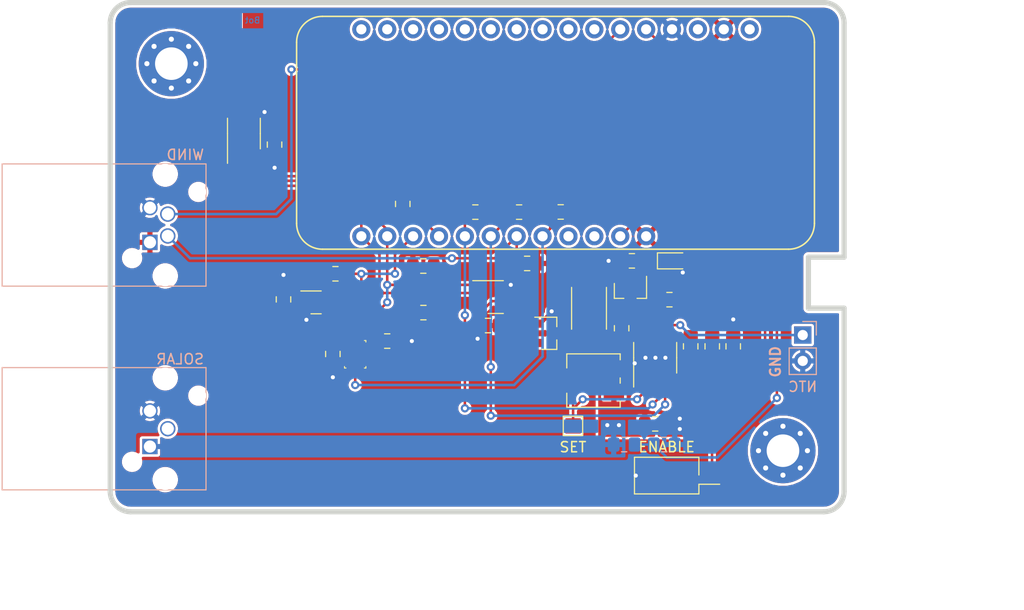
<source format=kicad_pcb>
(kicad_pcb (version 20171130) (host pcbnew "(5.1.6)-1")
  (title_block (title "Sensor Hub") (date 2020-07-13) (rev 1.2) (company https://www.kampis-elektroecke.de) (comment 1 "Author: Daniel Kampert") (comment 4 "Sensor Hub"))
  (layers (0 F.Cu signal) (31 B.Cu signal) (34 B.Paste user) (35 F.Paste user hide) (36 B.SilkS user) (37 F.SilkS user) (38 B.Mask user) (39 F.Mask user) (44 Edge.Cuts user))
  (net 0 "")
  (net 1 +3V3)
  (net 2 GND)
  (net 3 /SDA)
  (net 4 /SCL)
  (net 5 /LightAlert)
  (net 6 "Net-(M1-Pad27)")
  (net 7 /LiPo+)
  (net 8 VS)
  (net 9 /~FAULT)
  (net 10 /~CHRG)
  (net 11 /~TempAlert)
  (net 12 "Net-(IC2-Pad8)")
  (net 13 "Net-(M1-Pad5)")
  (net 14 /WindSensor)
  (net 15 "Net-(C3-Pad1)")
  (net 16 "Net-(C3-Pad2)")
  (net 17 "Net-(IC2-Pad2)")
  (net 18 "Net-(IC2-Pad7)")
  (net 19 "Net-(IC2-Pad10)")
  (net 20 /WindDirection)
  (net 21 "Net-(R4-Pad2)")
  (net 22 "Net-(IC1-Pad4)")
  (net 23 /VEML_ACK)
  (net 24 "Net-(IC4-Pad8)")
  (net 25 +5V)
  (net 26 "Net-(M1-Pad25)")
  (net 27 "Net-(M1-Pad7)")
  (net 28 "Net-(M1-Pad8)")
  (net 29 "Net-(M1-Pad9)")
  (net 30 "Net-(M1-Pad10)")
  (net 31 "Net-(M1-Pad11)")
  (net 32 "Net-(M1-Pad12)")
  (net 33 "Net-(M1-Pad13)")
  (net 34 "Net-(M1-Pad14)")
  (net 35 "Net-(M1-Pad15)")
  (net 36 "Net-(M1-Pad16)")
  (net 37 "Net-(M1-Pad3)")
  (net 38 "Net-(M1-Pad1)")
  (net 39 "Net-(X2-Pad2)")
  (module Fiducial:Fiducial_0.5mm_Mask1.5mm (layer F.Cu) (at 128.1618 107.715)
    (fp_text reference REF** hide)
    (fp_text value Fiducial_0.5mm_Mask1.5mm hide)
    (pad "" smd circle (at 0 0) (size 0.5 0.5) (layers F.Cu F.Mask) (clearance 0.5))
  )
  (module Fiducial:Fiducial_0.5mm_Mask1.5mm (layer F.Cu) (at 195.1618 77.715)
    (fp_text reference REF** hide)
    (fp_text value Fiducial_0.5mm_Mask1.5mm hide)
    (pad "" smd circle (at 0 0) (size 0.5 0.5) (layers F.Cu F.Mask) (clearance 0.5))
  )
  (module Resistor_SMD:R_0805_2012Metric_Pad1.15x1.40mm_HandSolder (layer F.Cu) (at 153.8638 95.489 270)
    (fp_text reference R15 hide)
    (fp_text value 3k3 hide)
    (pad 2 smd roundrect (at 1.025 0 270) (size 1.15 1.4) (layers F.Cu F.Paste F.Mask) (roundrect_rratio 0.217391) (net 11 /~TempAlert))
    (pad 1 smd roundrect (at -1.025 0 270) (size 1.15 1.4) (layers F.Cu F.Paste F.Mask) (roundrect_rratio 0.217391) (net 1 +3V3))
  )
  (module Modules:ParticleArgon (layer F.Cu) (at 168.8498 88.504 270)
    (fp_text reference M1 hide)
    (fp_text value ParticleArgon hide)
    (pad 28 thru_hole circle (at 10.16 -8.89 270) (size 1.778 1.778) (drill 1) (layers *.Cu *.Mask) (net 7 /LiPo+))
    (pad 27 thru_hole circle (at 10.16 -6.35 270) (size 1.778 1.778) (drill 1) (layers *.Cu *.Mask) (net 6 "Net-(M1-Pad27)"))
    (pad 26 thru_hole circle (at 10.16 -3.81 270) (size 1.778 1.778) (drill 1) (layers *.Cu *.Mask) (net 25 +5V))
    (pad 25 thru_hole circle (at 10.16 -1.27 270) (size 1.778 1.778) (drill 1) (layers *.Cu *.Mask) (net 26 "Net-(M1-Pad25)"))
    (pad 24 thru_hole circle (at 10.16 1.27 270) (size 1.778 1.778) (drill 1) (layers *.Cu *.Mask) (net 23 /VEML_ACK))
    (pad 23 thru_hole circle (at 10.16 3.81 270) (size 1.778 1.778) (drill 1) (layers *.Cu *.Mask) (net 14 /WindSensor))
    (pad 22 thru_hole circle (at 10.16 6.35 270) (size 1.778 1.778) (drill 1) (layers *.Cu *.Mask) (net 9 /~FAULT))
    (pad 21 thru_hole circle (at 10.16 8.89 270) (size 1.778 1.778) (drill 1) (layers *.Cu *.Mask) (net 10 /~CHRG))
    (pad 20 thru_hole circle (at 10.16 11.43 270) (size 1.778 1.778) (drill 1) (layers *.Cu *.Mask) (net 11 /~TempAlert))
    (pad 19 thru_hole circle (at 10.16 13.97 270) (size 1.778 1.778) (drill 1) (layers *.Cu *.Mask) (net 5 /LightAlert))
    (pad 18 thru_hole circle (at 10.16 16.51 270) (size 1.778 1.778) (drill 1) (layers *.Cu *.Mask) (net 4 /SCL))
    (pad 17 thru_hole circle (at 10.16 19.05 270) (size 1.778 1.778) (drill 1) (layers *.Cu *.Mask) (net 3 /SDA))
    (pad 5 thru_hole circle (at -10.16 -8.89 270) (size 1.778 1.778) (drill 1) (layers *.Cu *.Mask) (net 13 "Net-(M1-Pad5)"))
    (pad 6 thru_hole circle (at -10.16 -6.35 270) (size 1.778 1.778) (drill 1) (layers *.Cu *.Mask) (net 20 /WindDirection))
    (pad 7 thru_hole circle (at -10.16 -3.81 270) (size 1.778 1.778) (drill 1) (layers *.Cu *.Mask) (net 27 "Net-(M1-Pad7)"))
    (pad 8 thru_hole circle (at -10.16 -1.27 270) (size 1.778 1.778) (drill 1) (layers *.Cu *.Mask) (net 28 "Net-(M1-Pad8)"))
    (pad 9 thru_hole circle (at -10.16 1.27 270) (size 1.778 1.778) (drill 1) (layers *.Cu *.Mask) (net 29 "Net-(M1-Pad9)"))
    (pad 10 thru_hole circle (at -10.16 3.81 270) (size 1.778 1.778) (drill 1) (layers *.Cu *.Mask) (net 30 "Net-(M1-Pad10)"))
    (pad 11 thru_hole circle (at -10.16 6.35 270) (size 1.778 1.778) (drill 1) (layers *.Cu *.Mask) (net 31 "Net-(M1-Pad11)"))
    (pad 12 thru_hole circle (at -10.16 8.89 270) (size 1.778 1.778) (drill 1) (layers *.Cu *.Mask) (net 32 "Net-(M1-Pad12)"))
    (pad 13 thru_hole circle (at -10.16 11.43 270) (size 1.778 1.778) (drill 1) (layers *.Cu *.Mask) (net 33 "Net-(M1-Pad13)"))
    (pad 14 thru_hole circle (at -10.16 13.97 270) (size 1.778 1.778) (drill 1) (layers *.Cu *.Mask) (net 34 "Net-(M1-Pad14)"))
    (pad 15 thru_hole circle (at -10.16 16.51 270) (size 1.778 1.778) (drill 1) (layers *.Cu *.Mask) (net 35 "Net-(M1-Pad15)"))
    (pad 16 thru_hole circle (at -10.16 19.05 270) (size 1.778 1.778) (drill 1) (layers *.Cu *.Mask) (net 36 "Net-(M1-Pad16)"))
    (pad 4 thru_hole circle (at -10.16 -11.43 270) (size 1.778 1.778) (drill 1) (layers *.Cu *.Mask) (net 2 GND))
    (pad 3 thru_hole circle (at -10.16 -13.97 270) (size 1.778 1.778) (drill 1) (layers *.Cu *.Mask) (net 37 "Net-(M1-Pad3)"))
    (pad 2 thru_hole circle (at -10.16 -16.51 270) (size 1.778 1.778) (drill 1) (layers *.Cu *.Mask) (net 1 +3V3))
    (pad 1 thru_hole circle (at -10.16 -19.05 270) (size 1.778 1.778) (drill 1) (layers *.Cu *.Mask) (net 38 "Net-(M1-Pad1)"))
  )
  (module Connector_TE:2-2172067-2 (layer B.Cu) (at 130.812 117.559 90)
    (fp_text reference X2 hide)
    (fp_text value SOLAR (at 6.83 1.2078 180) (layer B.SilkS) (effects (justify mirror)))
    (pad "" np_thru_hole circle (at -5 -0.25 90) (size 2 2) (drill 2) (layers *.Cu *.Mask))
    (pad "" np_thru_hole circle (at 5 -0.25 90) (size 2 2) (drill 2) (layers *.Cu *.Mask))
    (pad 2 thru_hole circle (at 0 0 90) (size 1.5 1.5) (drill 1.2) (layers *.Cu) (net 39 "Net-(X2-Pad2)"))
    (pad 1 thru_hole rect (at -1.75 -1.75 90) (size 1.5 1.5) (drill 1.2) (layers *.Cu) (net 8 VS))
    (pad 3 thru_hole circle (at 1.75 -1.75 90) (size 1.5 1.5) (drill 1.2) (layers *.Cu) (net 2 GND))
    (pad "" np_thru_hole circle (at 3.25 3 90) (size 1.5 1.5) (drill 1.5) (layers *.Cu *.Mask))
    (pad "" np_thru_hole circle (at -3.25 -3.5 90) (size 1.5 1.5) (drill 1.5) (layers *.Cu *.Mask))
  )
  (module Connector_TE:3-2172067-2 (layer B.Cu) (at 130.812 97.559 90)
    (fp_text reference X1 hide)
    (fp_text value WIND (at 6.896 1.7158 180) (layer B.SilkS) (effects (justify mirror)))
    (pad 4 thru_hole circle (at 1.7 -1.75 90) (size 1.5 1.5) (drill 1.2) (layers *.Cu) (net 2 GND))
    (pad "" np_thru_hole circle (at -5 -0.25 90) (size 2 2) (drill 2) (layers *.Cu *.Mask))
    (pad "" np_thru_hole circle (at 5 -0.25 90) (size 2 2) (drill 2) (layers *.Cu *.Mask))
    (pad 2 thru_hole circle (at -1.075 0 90) (size 1.5 1.5) (drill 1.2) (layers *.Cu) (net 14 /WindSensor))
    (pad 1 thru_hole rect (at -1.7 -1.75 90) (size 1.5 1.5) (drill 1.2) (layers *.Cu) (net 1 +3V3))
    (pad 3 thru_hole circle (at 1.075 0 90) (size 1.5 1.5) (drill 1.2) (layers *.Cu) (net 20 /WindDirection))
    (pad "" np_thru_hole circle (at 3.25 3 90) (size 1.5 1.5) (drill 1.5) (layers *.Cu *.Mask))
    (pad "" np_thru_hole circle (at -3.25 -3.5 90) (size 1.5 1.5) (drill 1.5) (layers *.Cu *.Mask))
  )
  (module Resistor_SMD:R_0805_2012Metric_Pad1.15x1.40mm_HandSolder (layer F.Cu) (at 152.3398 108.951)
    (fp_text reference R16 hide)
    (fp_text value 270k hide)
    (pad 2 smd roundrect (at 1.025 0) (size 1.15 1.4) (layers F.Cu F.Paste F.Mask) (roundrect_rratio 0.217391) (net 2 GND))
    (pad 1 smd roundrect (at -1.025 0) (size 1.15 1.4) (layers F.Cu F.Paste F.Mask) (roundrect_rratio 0.217391) (net 22 "Net-(IC1-Pad4)"))
  )
  (module Resistor_SMD:R_0805_2012Metric_Pad1.15x1.40mm_HandSolder (layer F.Cu) (at 147.2598 102.347)
    (fp_text reference R14 hide)
    (fp_text value 3k3 hide)
    (pad 2 smd roundrect (at 1.025 0) (size 1.15 1.4) (layers F.Cu F.Paste F.Mask) (roundrect_rratio 0.217391) (net 5 /LightAlert))
    (pad 1 smd roundrect (at -1.025 0) (size 1.15 1.4) (layers F.Cu F.Paste F.Mask) (roundrect_rratio 0.217391) (net 1 +3V3))
  )
  (module Resistor_SMD:R_0805_2012Metric_Pad1.15x1.40mm_HandSolder (layer F.Cu) (at 169.3578 96.2764 180)
    (fp_text reference R13 hide)
    (fp_text value 3k3 hide)
    (pad 2 smd roundrect (at 1.025 0 180) (size 1.15 1.4) (layers F.Cu F.Paste F.Mask) (roundrect_rratio 0.217391) (net 23 /VEML_ACK))
    (pad 1 smd roundrect (at -1.025 0 180) (size 1.15 1.4) (layers F.Cu F.Paste F.Mask) (roundrect_rratio 0.217391) (net 1 +3V3))
  )
  (module Package_LGA_Kampi:OPLGA-6 (layer F.Cu) (at 149.1978 110.248001 90)
    (fp_text reference IC1 hide)
    (fp_text value VEML6070 hide)
    (pad 2 smd rect (at -1.17 0 90) (size 1 0.4) (layers F.Cu F.Paste F.Mask) (net 23 /VEML_ACK))
    (pad 6 smd rect (at 1.175 -0.6 90) (size 1 0.4) (layers F.Cu F.Paste F.Mask) (net 1 +3V3))
    (pad 1 smd rect (at -1.17 -0.6 90) (size 1 0.4) (layers F.Cu F.Paste F.Mask) (net 2 GND))
    (pad 5 smd rect (at 1.17 0 90) (size 1 0.4) (layers F.Cu F.Paste F.Mask) (net 4 /SCL))
    (pad 3 smd rect (at -1.17 0.6 90) (size 1 0.4) (layers F.Cu F.Paste F.Mask) (net 3 /SDA))
    (pad 4 smd rect (at 1.17 0.6 90) (size 1 0.4) (layers F.Cu F.Paste F.Mask) (net 22 "Net-(IC1-Pad4)"))
  )
  (module Capacitor_SMD:C_0805_2012Metric_Pad1.15x1.40mm_HandSolder (layer F.Cu) (at 147.0058 110.221 270)
    (fp_text reference C2 hide)
    (fp_text value 100nF hide)
    (pad 2 smd roundrect (at 1.025 0 270) (size 1.15 1.4) (layers F.Cu F.Paste F.Mask) (roundrect_rratio 0.217391) (net 2 GND))
    (pad 1 smd roundrect (at -1.025 0 270) (size 1.15 1.4) (layers F.Cu F.Paste F.Mask) (roundrect_rratio 0.217391) (net 1 +3V3))
  )
  (module Package_SON:WSON-8-1EP_2x2mm_P0.5mm_EP0.9x1.6mm (layer F.Cu) (at 145.3618 105.1536)
    (fp_text reference IC4 hide)
    (fp_text value BH1726 hide)
    (pad 6 smd rect (at 0.95 0.25) (size 0.5 0.25) (layers F.Cu F.Paste F.Mask) (net 3 /SDA))
    (pad 5 smd rect (at 0.95 0.75) (size 0.5 0.25) (layers F.Cu F.Paste F.Mask) (net 4 /SCL))
    (pad 4 smd rect (at -0.95 0.75) (size 0.5 0.25) (layers F.Cu F.Paste F.Mask) (net 2 GND))
    (pad 2 smd rect (at -0.95 -0.25) (size 0.5 0.25) (layers F.Cu F.Paste F.Mask) (net 1 +3V3))
    (pad 1 smd rect (at -0.95 -0.75) (size 0.5 0.25) (layers F.Cu F.Paste F.Mask) (net 2 GND))
    (pad 9 smd rect (at 0 0) (size 0.9 1.6) (layers F.Cu F.Mask))
    (pad 8 smd rect (at 0.95 -0.75) (size 0.5 0.25) (layers F.Cu F.Paste F.Mask) (net 24 "Net-(IC4-Pad8)"))
    (pad 7 smd rect (at 0.95 -0.25) (size 0.5 0.25) (layers F.Cu F.Paste F.Mask) (net 5 /LightAlert))
    (pad 3 smd rect (at -0.95 0.25) (size 0.5 0.25) (layers F.Cu F.Paste F.Mask) (net 2 GND))
  )
  (module Resistor_SMD:R_0805_2012Metric_Pad1.15x1.40mm_HandSolder (layer B.Cu) (at 179.5178 119.111 180)
    (fp_text reference R9 hide)
    (fp_text value 22k hide)
    (pad 2 smd roundrect (at 1.025 0 180) (size 1.15 1.4) (layers B.Cu B.Paste B.Mask) (roundrect_rratio 0.217391) (net 13 "Net-(M1-Pad5)"))
    (pad 1 smd roundrect (at -1.025 0 180) (size 1.15 1.4) (layers B.Cu B.Paste B.Mask) (roundrect_rratio 0.217391) (net 2 GND))
  )
  (module Resistor_SMD:R_0805_2012Metric_Pad1.15x1.40mm_HandSolder (layer B.Cu) (at 175.5808 119.111)
    (fp_text reference R8 hide)
    (fp_text value 100k hide)
    (pad 2 smd roundrect (at 1.025 0) (size 1.15 1.4) (layers B.Cu B.Paste B.Mask) (roundrect_rratio 0.217391) (net 13 "Net-(M1-Pad5)"))
    (pad 1 smd roundrect (at -1.025 0) (size 1.15 1.4) (layers B.Cu B.Paste B.Mask) (roundrect_rratio 0.217391) (net 8 VS))
  )
  (module Potentiometer_SMD_Kampi:Potentiometer_Vishay_TS53YJ_Vertical (layer F.Cu) (at 172.5742 112.8301)
    (fp_text reference RV1 hide)
    (fp_text value 10k hide)
    (pad 3 smd rect (at 2 1.15) (size 2 1.3) (layers F.Cu F.Paste F.Mask) (net 8 VS))
    (pad 2 smd rect (at -2 0) (size 2 2) (layers F.Cu F.Paste F.Mask) (net 17 "Net-(IC2-Pad2)"))
    (pad 1 smd rect (at 2 -1.15) (size 2 1.3) (layers F.Cu F.Paste F.Mask) (net 2 GND))
  )
  (module Capacitor_Tantalum_SMD:CP_EIA-1608-08_AVX-J_Pad1.25x1.05mm_HandSolder (layer F.Cu) (at 180.5338 101.077)
    (fp_text reference C5 hide)
    (fp_text value 100uF hide)
    (pad 1 smd roundrect (at -0.8 0) (size 1.25 1.05) (layers F.Cu F.Paste F.Mask) (roundrect_rratio 0.238095) (net 7 /LiPo+))
    (pad 2 smd roundrect (at 0.8 0) (size 1.25 1.05) (layers F.Cu F.Paste F.Mask) (roundrect_rratio 0.238095) (net 2 GND))
  )
  (module Connector_PinHeader_2.54mm:PinHeader_1x02_P2.54mm_Vertical (layer B.Cu) (at 193.1035 108.36172 180)
    (fp_text reference R3 hide)
    (fp_text value NTC (at 0 -5.08) (layer B.SilkS) (effects (justify mirror)))
    (pad 2 thru_hole oval (at 0 -2.54 180) (size 1.7 1.7) (drill 1) (layers *.Cu *.Mask) (net 2 GND))
    (pad 1 thru_hole rect (at 0 0 180) (size 1.7 1.7) (drill 1) (layers *.Cu *.Mask) (net 12 "Net-(IC2-Pad8)"))
  )
  (module TestPoint:TestPoint_Pad_1.5x1.5mm (layer F.Cu) (at 170.561 117.2821)
    (fp_text reference TP1 hide)
    (fp_text value SET (at 0 2.0829) (layer F.SilkS))
    (pad 1 smd rect (at 0.0132 0) (size 1.5 1.5) (layers F.Cu F.Mask) (net 17 "Net-(IC2-Pad2)"))
  )
  (module Resistor_SMD:R_0805_2012Metric_Pad1.15x1.40mm_HandSolder (layer F.Cu) (at 180.0258 104.887 180)
    (fp_text reference R7 hide)
    (fp_text value 0R22 hide)
    (pad 1 smd roundrect (at -1.025 0 180) (size 1.15 1.4) (layers F.Cu F.Paste F.Mask) (roundrect_rratio 0.217391) (net 7 /LiPo+))
    (pad 2 smd roundrect (at 1.025 0 180) (size 1.15 1.4) (layers F.Cu F.Paste F.Mask) (roundrect_rratio 0.217391) (net 19 "Net-(IC2-Pad10)"))
  )
  (module Resistor_SMD:R_0805_2012Metric_Pad1.15x1.40mm_HandSolder (layer F.Cu) (at 186.2836 109.47 270)
    (fp_text reference R6 hide)
    (fp_text value 220k hide)
    (pad 1 smd roundrect (at -1.025 0 270) (size 1.15 1.4) (layers F.Cu F.Paste F.Mask) (roundrect_rratio 0.217391) (net 2 GND))
    (pad 2 smd roundrect (at 1.025 0 270) (size 1.15 1.4) (layers F.Cu F.Paste F.Mask) (roundrect_rratio 0.217391) (net 21 "Net-(R4-Pad2)"))
  )
  (module Resistor_SMD:R_0805_2012Metric_Pad1.15x1.40mm_HandSolder (layer F.Cu) (at 184.2262 109.47 90)
    (fp_text reference R5 hide)
    (fp_text value 47k hide)
    (pad 1 smd roundrect (at -1.025 0 90) (size 1.15 1.4) (layers F.Cu F.Paste F.Mask) (roundrect_rratio 0.217391) (net 21 "Net-(R4-Pad2)"))
    (pad 2 smd roundrect (at 1.025 0 90) (size 1.15 1.4) (layers F.Cu F.Paste F.Mask) (roundrect_rratio 0.217391) (net 7 /LiPo+))
  )
  (module Resistor_SMD:R_0805_2012Metric_Pad1.15x1.40mm_HandSolder (layer F.Cu) (at 182.1106 109.47 270)
    (fp_text reference R4 hide)
    (fp_text value 220k hide)
    (pad 1 smd roundrect (at -1.025 0 270) (size 1.15 1.4) (layers F.Cu F.Paste F.Mask) (roundrect_rratio 0.217391) (net 18 "Net-(IC2-Pad7)"))
    (pad 2 smd roundrect (at 1.025 0 270) (size 1.15 1.4) (layers F.Cu F.Paste F.Mask) (roundrect_rratio 0.217391) (net 21 "Net-(R4-Pad2)"))
  )
  (module Resistor_SMD:R_0805_2012Metric_Pad1.15x1.40mm_HandSolder (layer F.Cu) (at 165.2778 96.289)
    (fp_text reference R1 hide)
    (fp_text value 10k hide)
    (pad 2 smd roundrect (at 1.025 0) (size 1.15 1.4) (layers F.Cu F.Paste F.Mask) (roundrect_rratio 0.217391) (net 1 +3V3))
    (pad 1 smd roundrect (at -1.025 0) (size 1.15 1.4) (layers F.Cu F.Paste F.Mask) (roundrect_rratio 0.217391) (net 9 /~FAULT))
  )
  (module Resistor_SMD:R_0805_2012Metric_Pad1.15x1.40mm_HandSolder (layer F.Cu) (at 160.9848 96.289 180)
    (fp_text reference R2 hide)
    (fp_text value 10k hide)
    (pad 2 smd roundrect (at 1.025 0 180) (size 1.15 1.4) (layers F.Cu F.Paste F.Mask) (roundrect_rratio 0.217391) (net 10 /~CHRG))
    (pad 1 smd roundrect (at -1.025 0 180) (size 1.15 1.4) (layers F.Cu F.Paste F.Mask) (roundrect_rratio 0.217391) (net 1 +3V3))
  )
  (module Inductor_SMD:L_2512_6332Metric_Pad1.52x3.35mm_HandSolder (layer F.Cu) (at 172.1358 105.7348 270)
    (fp_text reference L1 hide)
    (fp_text value 68uH hide)
    (pad 1 smd roundrect (at -2.9875 0 270) (size 1.525 3.35) (layers F.Cu F.Paste F.Mask) (roundrect_rratio 0.163934) (net 19 "Net-(IC2-Pad10)"))
    (pad 2 smd roundrect (at 2.9875 0 270) (size 1.525 3.35) (layers F.Cu F.Paste F.Mask) (roundrect_rratio 0.163934) (net 16 "Net-(C3-Pad2)"))
  )
  (module Diode_SMD:D_SOT-23_ANK (layer F.Cu) (at 168.2148 108.189)
    (fp_text reference D1 hide)
    (fp_text value ZLLS500 hide)
    (pad 2 smd rect (at -1 -0.95) (size 0.9 0.8) (layers F.Cu F.Paste F.Mask) (net 2 GND))
    (pad "" smd rect (at -1 0.95) (size 0.9 0.8) (layers F.Cu F.Paste F.Mask))
    (pad 1 smd rect (at 1 0) (size 0.9 0.8) (layers F.Cu F.Paste F.Mask) (net 16 "Net-(C3-Pad2)"))
  )
  (module Diode_SMD:D_SOT-23_ANK (layer F.Cu) (at 176.1998 103.998 270)
    (fp_text reference D2 hide)
    (fp_text value ZLLS500 hide)
    (pad 2 smd rect (at -1 -0.95 270) (size 0.9 0.8) (layers F.Cu F.Paste F.Mask) (net 7 /LiPo+))
    (pad "" smd rect (at -1 0.95 270) (size 0.9 0.8) (layers F.Cu F.Paste F.Mask))
    (pad 1 smd rect (at 1 0 270) (size 0.9 0.8) (layers F.Cu F.Paste F.Mask) (net 15 "Net-(C3-Pad1)"))
  )
  (module Capacitor_SMD:C_0805_2012Metric_Pad1.15x1.40mm_HandSolder (layer F.Cu) (at 178.6288 117.079 180)
    (fp_text reference C9 hide)
    (fp_text value 10uF hide)
    (pad 1 smd roundrect (at -1.025 0 180) (size 1.15 1.4) (layers F.Cu F.Paste F.Mask) (roundrect_rratio 0.217391) (net 2 GND))
    (pad 2 smd roundrect (at 1.025 0 180) (size 1.15 1.4) (layers F.Cu F.Paste F.Mask) (roundrect_rratio 0.217391) (net 8 VS))
  )
  (module Capacitor_SMD:C_0805_2012Metric_Pad1.15x1.40mm_HandSolder (layer F.Cu) (at 176.3428 101.077 180)
    (fp_text reference C4 hide)
    (fp_text value 10uF hide)
    (pad 1 smd roundrect (at -1.025 0 180) (size 1.15 1.4) (layers F.Cu F.Paste F.Mask) (roundrect_rratio 0.217391) (net 7 /LiPo+))
    (pad 2 smd roundrect (at 1.025 0 180) (size 1.15 1.4) (layers F.Cu F.Paste F.Mask) (roundrect_rratio 0.217391) (net 2 GND))
  )
  (module Capacitor_SMD:C_0805_2012Metric_Pad1.15x1.40mm_HandSolder (layer F.Cu) (at 175.3362 107.6936 270)
    (fp_text reference C3 hide)
    (fp_text value 1uF hide)
    (pad 1 smd roundrect (at -1.025 0 270) (size 1.15 1.4) (layers F.Cu F.Paste F.Mask) (roundrect_rratio 0.217391) (net 15 "Net-(C3-Pad1)"))
    (pad 2 smd roundrect (at 1.025 0 270) (size 1.15 1.4) (layers F.Cu F.Paste F.Mask) (roundrect_rratio 0.217391) (net 16 "Net-(C3-Pad2)"))
  )
  (module Capacitor_SMD:C_0805_2012Metric_Pad1.15x1.40mm_HandSolder (layer F.Cu) (at 141.28666 89.66352 270)
    (fp_text reference C7 hide)
    (fp_text value 100nF hide)
    (pad 2 smd roundrect (at 1.025 0 270) (size 1.15 1.4) (layers F.Cu F.Paste F.Mask) (roundrect_rratio 0.217391) (net 2 GND))
    (pad 1 smd roundrect (at -1.025 0 270) (size 1.15 1.4) (layers F.Cu F.Paste F.Mask) (roundrect_rratio 0.217391) (net 1 +3V3))
  )
  (module Capacitor_SMD:C_0805_2012Metric_Pad1.15x1.40mm_HandSolder (layer F.Cu) (at 142.1638 104.8616 90)
    (fp_text reference C6 hide)
    (fp_text value 100nF hide)
    (pad 2 smd roundrect (at 1.025 0 90) (size 1.15 1.4) (layers F.Cu F.Paste F.Mask) (roundrect_rratio 0.217391) (net 2 GND))
    (pad 1 smd roundrect (at -1.025 0 90) (size 1.15 1.4) (layers F.Cu F.Paste F.Mask) (roundrect_rratio 0.217391) (net 1 +3V3))
  )
  (module Capacitor_SMD:C_0805_2012Metric_Pad1.15x1.40mm_HandSolder (layer F.Cu) (at 162.2298 107.427 180)
    (fp_text reference C8 hide)
    (fp_text value 100nF hide)
    (pad 2 smd roundrect (at 1.025 0 180) (size 1.15 1.4) (layers F.Cu F.Paste F.Mask) (roundrect_rratio 0.217391) (net 2 GND))
    (pad 1 smd roundrect (at -1.025 0 180) (size 1.15 1.4) (layers F.Cu F.Paste F.Mask) (roundrect_rratio 0.217391) (net 1 +3V3))
  )
  (module MountingHole:MountingHole_3.2mm_M3_Pad_Via (layer F.Cu) (at 131.1618 81.715 270)
    (fp_text reference "")
    (fp_text value "")
    (pad 1 thru_hole circle (at 1.697056 -1.697056 270) (size 0.8 0.8) (drill 0.5) (layers *.Cu *.Mask))
    (pad 1 thru_hole circle (at 0 -2.4 270) (size 0.8 0.8) (drill 0.5) (layers *.Cu *.Mask))
    (pad 1 thru_hole circle (at -1.697056 -1.697056 270) (size 0.8 0.8) (drill 0.5) (layers *.Cu *.Mask))
    (pad 1 thru_hole circle (at -2.4 0 270) (size 0.8 0.8) (drill 0.5) (layers *.Cu *.Mask))
    (pad 1 thru_hole circle (at -1.697056 1.697056 270) (size 0.8 0.8) (drill 0.5) (layers *.Cu *.Mask))
    (pad 1 thru_hole circle (at 0 2.4 270) (size 0.8 0.8) (drill 0.5) (layers *.Cu *.Mask))
    (pad 1 thru_hole circle (at 1.697056 1.697056 270) (size 0.8 0.8) (drill 0.5) (layers *.Cu *.Mask))
    (pad 1 thru_hole circle (at 2.4 0 270) (size 0.8 0.8) (drill 0.5) (layers *.Cu *.Mask))
    (pad 1 thru_hole circle (at 0 0 270) (size 6.4 6.4) (drill 3.2) (layers *.Cu *.Mask))
  )
  (module MountingHole:MountingHole_3.2mm_M3_Pad_Via (layer F.Cu) (at 191.1618 119.715 180)
    (fp_text reference "")
    (fp_text value "" hide)
    (pad 1 thru_hole circle (at 1.697056 -1.697056 180) (size 0.8 0.8) (drill 0.5) (layers *.Cu *.Mask))
    (pad 1 thru_hole circle (at 0 -2.4 180) (size 0.8 0.8) (drill 0.5) (layers *.Cu *.Mask))
    (pad 1 thru_hole circle (at -1.697056 -1.697056 180) (size 0.8 0.8) (drill 0.5) (layers *.Cu *.Mask))
    (pad 1 thru_hole circle (at -2.4 0 180) (size 0.8 0.8) (drill 0.5) (layers *.Cu *.Mask))
    (pad 1 thru_hole circle (at -1.697056 1.697056 180) (size 0.8 0.8) (drill 0.5) (layers *.Cu *.Mask))
    (pad 1 thru_hole circle (at 0 2.4 180) (size 0.8 0.8) (drill 0.5) (layers *.Cu *.Mask))
    (pad 1 thru_hole circle (at 1.697056 1.697056 180) (size 0.8 0.8) (drill 0.5) (layers *.Cu *.Mask))
    (pad 1 thru_hole circle (at 2.4 0 180) (size 0.8 0.8) (drill 0.5) (layers *.Cu *.Mask))
    (pad 1 thru_hole circle (at 0 0 180) (size 6.4 6.4) (drill 3.2) (layers *.Cu *.Mask))
  )
  (module Package_SO:MSOP-8_3x3mm_P0.65mm (layer F.Cu) (at 138.27966 88.57562 90)
    (fp_text reference IC5 hide)
    (fp_text value MCP9808 hide)
    (pad 1 smd roundrect (at -2.1125 -0.975 90) (size 1.625 0.5) (layers F.Cu F.Paste F.Mask) (net 3 /SDA))
    (pad 2 smd roundrect (at -2.1125 -0.325 90) (size 1.625 0.5) (layers F.Cu F.Paste F.Mask) (net 4 /SCL))
    (pad 3 smd roundrect (at -2.1125 0.325 90) (size 1.625 0.5) (layers F.Cu F.Paste F.Mask) (net 11 /~TempAlert))
    (pad 4 smd roundrect (at -2.1125 0.975 90) (size 1.625 0.5) (layers F.Cu F.Paste F.Mask) (net 2 GND))
    (pad 5 smd roundrect (at 2.1125 0.975 90) (size 1.625 0.5) (layers F.Cu F.Paste F.Mask) (net 2 GND))
    (pad 6 smd roundrect (at 2.1125 0.325 90) (size 1.625 0.5) (layers F.Cu F.Paste F.Mask) (net 2 GND))
    (pad 7 smd roundrect (at 2.1125 -0.325 90) (size 1.625 0.5) (layers F.Cu F.Paste F.Mask) (net 2 GND))
    (pad 8 smd roundrect (at 2.1125 -0.975 90) (size 1.625 0.5) (layers F.Cu F.Paste F.Mask) (net 1 +3V3))
  )
  (module Resistor_SMD:R_0805_2012Metric_Pad1.15x1.40mm_HandSolder (layer F.Cu) (at 155.8798 101.585)
    (fp_text reference R10 hide)
    (fp_text value 3k3 hide)
    (pad 2 smd roundrect (at 1.025 0) (size 1.15 1.4) (layers F.Cu F.Paste F.Mask) (roundrect_rratio 0.217391) (net 4 /SCL))
    (pad 1 smd roundrect (at -1.025 0) (size 1.15 1.4) (layers F.Cu F.Paste F.Mask) (roundrect_rratio 0.217391) (net 1 +3V3))
  )
  (module Resistor_SMD:R_0805_2012Metric_Pad1.15x1.40mm_HandSolder (layer F.Cu) (at 155.8888 106.157)
    (fp_text reference R11 hide)
    (fp_text value 3k3 hide)
    (pad 1 smd roundrect (at -1.025 0) (size 1.15 1.4) (layers F.Cu F.Paste F.Mask) (roundrect_rratio 0.217391) (net 1 +3V3))
    (pad 2 smd roundrect (at 1.025 0) (size 1.15 1.4) (layers F.Cu F.Paste F.Mask) (roundrect_rratio 0.217391) (net 3 /SDA))
  )
  (module Resistor_SMD:R_0805_2012Metric_Pad1.15x1.40mm_HandSolder (layer F.Cu) (at 166.0648 101.331 180)
    (fp_text reference R12 hide)
    (fp_text value 3k3 hide)
    (pad 2 smd roundrect (at 1.025 0 180) (size 1.15 1.4) (layers F.Cu F.Paste F.Mask) (roundrect_rratio 0.217391) (net 14 /WindSensor))
    (pad 1 smd roundrect (at -1.025 0 180) (size 1.15 1.4) (layers F.Cu F.Paste F.Mask) (roundrect_rratio 0.217391) (net 1 +3V3))
  )
  (module Button_Switch_SMD:SW_DIP_SPSTx01_Slide_Omron_A6S-110x_W8.9mm_P2.54mm (layer F.Cu) (at 179.7558 122.159 180)
    (fp_text reference SW1 hide)
    (fp_text value ENABLE (at 0 2.8) (layer F.SilkS))
    (pad 1 smd rect (at -4.45 0 180) (size 1.5 1.1) (layers F.Cu F.Paste F.Mask) (net 6 "Net-(M1-Pad27)"))
    (pad 2 smd rect (at 4.45 0 180) (size 1.5 1.1) (layers F.Cu F.Paste F.Mask) (net 2 GND))
  )
  (module Package_SO:MSOP-12-1EP_3x4mm_P0.65mm_EP1.65x2.85mm (layer F.Cu) (at 178.6255 110.5892 90)
    (fp_text reference IC2 hide)
    (fp_text value LT3652EMSE hide)
    (pad 13 smd roundrect (at 0 0 90) (size 1.65 2.85) (layers F.Cu F.Mask) (roundrect_rratio 0.151515) (net 2 GND))
    (pad 1 smd roundrect (at -2.15 -1.625 90) (size 1.45 0.4) (layers F.Cu F.Paste F.Mask) (net 8 VS))
    (pad 2 smd roundrect (at -2.15 -0.975 90) (size 1.45 0.4) (layers F.Cu F.Paste F.Mask) (net 17 "Net-(IC2-Pad2)"))
    (pad 3 smd roundrect (at -2.15 -0.325 90) (size 1.45 0.4) (layers F.Cu F.Paste F.Mask) (net 8 VS))
    (pad 4 smd roundrect (at -2.15 0.325 90) (size 1.45 0.4) (layers F.Cu F.Paste F.Mask) (net 10 /~CHRG))
    (pad 5 smd roundrect (at -2.15 0.975 90) (size 1.45 0.4) (layers F.Cu F.Paste F.Mask) (net 9 /~FAULT))
    (pad 6 smd roundrect (at -2.15 1.625 90) (size 1.45 0.4) (layers F.Cu F.Paste F.Mask) (net 2 GND))
    (pad 7 smd roundrect (at 2.15 1.625 90) (size 1.45 0.4) (layers F.Cu F.Paste F.Mask) (net 18 "Net-(IC2-Pad7)"))
    (pad 8 smd roundrect (at 2.15 0.975 90) (size 1.45 0.4) (layers F.Cu F.Paste F.Mask) (net 12 "Net-(IC2-Pad8)"))
    (pad 9 smd roundrect (at 2.15 0.325 90) (size 1.45 0.4) (layers F.Cu F.Paste F.Mask) (net 7 /LiPo+))
    (pad 10 smd roundrect (at 2.15 -0.325 90) (size 1.45 0.4) (layers F.Cu F.Paste F.Mask) (net 19 "Net-(IC2-Pad10)"))
    (pad 11 smd roundrect (at 2.15 -0.975 90) (size 1.45 0.4) (layers F.Cu F.Paste F.Mask) (net 15 "Net-(C3-Pad1)"))
    (pad 12 smd roundrect (at 2.15 -1.625 90) (size 1.45 0.4) (layers F.Cu F.Paste F.Mask) (net 16 "Net-(C3-Pad2)"))
  )
  (module Bosch:Bosch_LGA-8_3x3mm_P0.8mm_ClockwisePinNumbering (layer F.Cu) (at 162.2298 104.633 90)
    (fp_text reference IC3 hide)
    (fp_text value BME680 hide)
    (pad 1 smd roundrect (at -1.2 -1.1875 90) (size 0.5 0.525) (layers F.Cu F.Paste F.Mask) (net 2 GND))
    (pad 2 smd roundrect (at -0.4 -1.1875 90) (size 0.5 0.525) (layers F.Cu F.Paste F.Mask) (net 1 +3V3))
    (pad 3 smd roundrect (at 0.4 -1.1875 90) (size 0.5 0.525) (layers F.Cu F.Paste F.Mask) (net 3 /SDA))
    (pad 4 smd roundrect (at 1.2 -1.1875 90) (size 0.5 0.525) (layers F.Cu F.Paste F.Mask) (net 4 /SCL))
    (pad 5 smd roundrect (at 1.2 1.1875 90) (size 0.5 0.525) (layers F.Cu F.Paste F.Mask) (net 2 GND))
    (pad 6 smd roundrect (at 0.4 1.1875 90) (size 0.5 0.525) (layers F.Cu F.Paste F.Mask) (net 1 +3V3))
    (pad 7 smd roundrect (at -0.4 1.1875 90) (size 0.5 0.525) (layers F.Cu F.Paste F.Mask) (net 2 GND))
    (pad 8 smd roundrect (at -1.2 1.1875 90) (size 0.5 0.525) (layers F.Cu F.Paste F.Mask) (net 1 +3V3))
  )
  (gr_arc (start 195.1618 77.715) (end 197.1618 77.715) (angle -90) (layer Edge.Cuts) (width 0.5))
  (gr_arc (start 195.1618 123.715) (end 195.1618 125.715) (angle -90) (layer Edge.Cuts) (width 0.5))
  (gr_arc (start 127.1618 123.715) (end 125.1618 123.715) (angle -90) (layer Edge.Cuts) (width 0.5))
  (gr_arc (start 127.1618 77.715) (end 127.1618 75.715) (angle -90) (layer Edge.Cuts) (width 0.5))
  (gr_text Bot (at 139.1318 77.455) (layer B.Cu) (effects (font (size 0.6 0.6) (thickness 0.09)) (justify mirror)))
  (gr_text Top (at 137.0998 77.455) (layer F.Cu) (effects (font (size 0.6 0.6) (thickness 0.09))))
  (gr_text GND (at 190.4238 110.983 90) (layer B.SilkS) (effects (font (size 1 1) (thickness 0.2))))
  (gr_line (start 197.1618 123.715) (end 197.1618 105.715) (layer Edge.Cuts) (width 0.5))
  (gr_line (start 197.1618 100.715) (end 193.6618 100.715) (layer Edge.Cuts) (width 0.5))
  (gr_line (start 197.1618 77.715) (end 197.1618 100.715) (layer Edge.Cuts) (width 0.5))
  (gr_line (start 193.6618 105.715) (end 197.1618 105.715) (layer Edge.Cuts) (width 0.5))
  (gr_line (start 193.6618 100.715) (end 193.6618 105.715) (layer Edge.Cuts) (width 0.5))
  (gr_text 1.2 (at 162.2298 123.683) (layer F.Cu) (effects (font (size 1 1))))
  (gr_text "Sensor Hub" (at 162.9918 122.159) (layer F.Cu) (effects (font (size 1 1))))
  (gr_line (start 127.1618 75.715) (end 195.1618 75.715) (layer Edge.Cuts) (width 0.5))
  (gr_line (start 125.1618 123.715) (end 125.1618 77.715) (layer Edge.Cuts) (width 0.5))
  (gr_line (start 195.1618 125.715) (end 127.1618 125.715) (layer Edge.Cuts) (width 0.5))
  (segment (start 163.2548 106.627) (end 163.2548 107.427) (width 0.25) (layer F.Cu) (net 1))
  (segment (start 163.4173 105.833) (end 163.4173 106.4645) (width 0.25) (layer F.Cu) (net 1))
  (segment (start 163.4173 106.4645) (end 163.2548 106.627) (width 0.25) (layer F.Cu) (net 1))
  (segment (start 164.0938 105.833) (end 163.4173 105.833) (width 0.25) (layer F.Cu) (net 1))
  (segment (start 164.2778 105.649) (end 164.0938 105.833) (width 0.25) (layer F.Cu) (net 1))
  (segment (start 164.2778 104.379) (end 164.2778 105.649) (width 0.25) (layer F.Cu) (net 1))
  (segment (start 163.4173 104.233) (end 164.1318 104.233) (width 0.25) (layer F.Cu) (net 1))
  (segment (start 164.1318 104.233) (end 164.2778 104.379) (width 0.25) (layer F.Cu) (net 1))
  (segment (start 142.1638 105.3116) (end 142.1638 105.8866) (width 0.25) (layer F.Cu) (net 1))
  (segment (start 144.3618 104.9036) (end 142.5718 104.9036) (width 0.25) (layer F.Cu) (net 1))
  (segment (start 142.5718 104.9036) (end 142.1638 105.3116) (width 0.25) (layer F.Cu) (net 1))
  (segment (start 148.5978 109.073001) (end 148.153799 109.073001) (width 0.25) (layer F.Cu) (net 1))
  (segment (start 148.0308 109.196) (end 147.0058 109.196) (width 0.25) (layer F.Cu) (net 1))
  (segment (start 148.153799 109.073001) (end 148.0308 109.196) (width 0.25) (layer F.Cu) (net 1))
  (segment (start 137.8207 87.79166) (end 137.30466 87.27562) (width 0.25) (layer F.Cu) (net 1))
  (segment (start 137.30466 87.27562) (end 137.30466 86.46312) (width 0.25) (layer F.Cu) (net 1))
  (segment (start 139.50446 87.79166) (end 137.8207 87.79166) (width 0.25) (layer F.Cu) (net 1))
  (segment (start 141.28666 88.63852) (end 140.35132 88.63852) (width 0.25) (layer F.Cu) (net 1))
  (segment (start 140.35132 88.63852) (end 139.50446 87.79166) (width 0.25) (layer F.Cu) (net 1))
  (via (at 177.673 110.5892) (size 0.8) (drill 0.4) (layers F.Cu B.Cu) (net 2))
  (via (at 178.6509 110.5892) (size 0.8) (drill 0.4) (layers F.Cu B.Cu) (net 2))
  (via (at 181.0418 117.587) (size 0.8) (drill 0.4) (layers F.Cu B.Cu) (net 2))
  (via (at 179.6288 110.5892) (size 0.8) (drill 0.4) (layers F.Cu B.Cu) (net 2))
  (segment (start 161.0423 106.4645) (end 161.0423 105.833) (width 0.25) (layer F.Cu) (net 2))
  (segment (start 161.2048 107.427) (end 161.2048 106.627) (width 0.25) (layer F.Cu) (net 2))
  (segment (start 161.2048 106.627) (end 161.0423 106.4645) (width 0.25) (layer F.Cu) (net 2))
  (segment (start 139.25506 90.68852) (end 139.25466 90.68812) (width 0.25) (layer F.Cu) (net 2))
  (segment (start 141.28666 90.68852) (end 139.25506 90.68852) (width 0.25) (layer F.Cu) (net 2))
  (segment (start 138.60466 86.46312) (end 139.25466 86.46312) (width 0.25) (layer F.Cu) (net 2))
  (segment (start 138.60466 86.46312) (end 137.95466 86.46312) (width 0.25) (layer F.Cu) (net 2))
  (via (at 181.0418 116.571) (size 0.8) (drill 0.4) (layers F.Cu B.Cu) (net 2))
  (segment (start 174.5742 111.6801) (end 176.0741 111.6801) (width 0.4) (layer F.Cu) (net 2))
  (segment (start 176.0741 111.6801) (end 176.6189 111.1353) (width 0.4) (layer F.Cu) (net 2))
  (via (at 176.6189 111.1353) (size 0.8) (drill 0.4) (layers F.Cu B.Cu) (net 2))
  (via (at 164.4618 103.433) (size 0.8) (drill 0.4) (layers F.Cu B.Cu) (net 2))
  (segment (start 163.4173 103.433) (end 164.4618 103.433) (width 0.25) (layer F.Cu) (net 2))
  (segment (start 142.1728 103.8456) (end 142.1638 103.8366) (width 0.25) (layer F.Cu) (net 2))
  (segment (start 144.0467 103.8456) (end 142.1728 103.8456) (width 0.25) (layer F.Cu) (net 2))
  (segment (start 144.3618 104.4036) (end 144.3618 104.1607) (width 0.25) (layer F.Cu) (net 2))
  (segment (start 144.3618 104.1607) (end 144.0467 103.8456) (width 0.25) (layer F.Cu) (net 2))
  (segment (start 148.5978 111.418001) (end 148.202801 111.418001) (width 0.25) (layer F.Cu) (net 2))
  (segment (start 148.0308 111.246) (end 147.0058 111.246) (width 0.25) (layer F.Cu) (net 2))
  (segment (start 148.202801 111.418001) (end 148.0308 111.246) (width 0.25) (layer F.Cu) (net 2))
  (segment (start 147.0058 111.246) (end 147.0058 112.507) (width 0.4) (layer F.Cu) (net 2))
  (via (at 147.0058 112.507) (size 0.8) (drill 0.4) (layers F.Cu B.Cu) (net 2))
  (via (at 140.30368 86.46312) (size 0.8) (drill 0.4) (layers F.Cu B.Cu) (net 2))
  (segment (start 139.25466 86.46312) (end 140.30368 86.46312) (width 0.25) (layer F.Cu) (net 2))
  (segment (start 161.8078 105.833) (end 161.0423 105.833) (width 0.25) (layer F.Cu) (net 2))
  (segment (start 163.4173 105.033) (end 162.6078 105.033) (width 0.25) (layer F.Cu) (net 2))
  (segment (start 162.6078 105.033) (end 161.8078 105.833) (width 0.25) (layer F.Cu) (net 2))
  (segment (start 144.4118 105.4036) (end 144.4118 105.9036) (width 0.25) (layer F.Cu) (net 2))
  (via (at 142.1638 102.45797) (size 0.8) (drill 0.4) (layers F.Cu B.Cu) (net 2))
  (segment (start 142.1638 103.8366) (end 142.1638 102.45797) (width 0.4) (layer F.Cu) (net 2))
  (via (at 176.723816 122.159) (size 0.8) (drill 0.4) (layers F.Cu B.Cu) (net 2))
  (segment (start 175.3058 122.159) (end 176.723816 122.159) (width 0.25) (layer F.Cu) (net 2))
  (via (at 161.2048 108.721992) (size 0.8) (drill 0.4) (layers F.Cu B.Cu) (net 2))
  (segment (start 161.2048 107.427) (end 161.2048 108.721992) (width 0.4) (layer F.Cu) (net 2))
  (via (at 144.411797 106.864997) (size 0.8) (drill 0.4) (layers F.Cu B.Cu) (net 2))
  (segment (start 144.4118 106.864994) (end 144.411797 106.864997) (width 0.25) (layer F.Cu) (net 2))
  (segment (start 144.4118 105.9036) (end 144.4118 106.864994) (width 0.25) (layer F.Cu) (net 2))
  (via (at 154.7528 108.951008) (size 0.8) (drill 0.4) (layers F.Cu B.Cu) (net 2))
  (segment (start 154.752792 108.951) (end 154.7528 108.951008) (width 0.25) (layer F.Cu) (net 2))
  (segment (start 153.3648 108.951) (end 154.752792 108.951) (width 0.25) (layer F.Cu) (net 2))
  (segment (start 167.3418 107.239) (end 168.4688 106.112) (width 0.4) (layer F.Cu) (net 2))
  (segment (start 168.4688 106.112) (end 168.4688 106.03) (width 0.4) (layer F.Cu) (net 2))
  (via (at 168.4688 106.03) (size 0.8) (drill 0.4) (layers F.Cu B.Cu) (net 2))
  (segment (start 179.6288 111.348) (end 179.6288 110.5892) (width 0.25) (layer F.Cu) (net 2))
  (segment (start 180.2505 112.7392) (end 180.2505 111.9697) (width 0.25) (layer F.Cu) (net 2))
  (segment (start 180.2505 111.9697) (end 179.6288 111.348) (width 0.25) (layer F.Cu) (net 2))
  (via (at 186.2836 106.82685) (size 0.8) (drill 0.4) (layers F.Cu B.Cu) (net 2))
  (segment (start 186.2836 108.445) (end 186.2836 106.82685) (width 0.4) (layer F.Cu) (net 2))
  (via (at 174.056746 101.077) (size 0.8) (drill 0.4) (layers F.Cu B.Cu) (net 2))
  (segment (start 175.1908 101.077) (end 175.3178 101.077) (width 0.4) (layer F.Cu) (net 2))
  (segment (start 175.3178 101.077) (end 174.056746 101.077) (width 0.4) (layer F.Cu) (net 2))
  (via (at 181.3338 102.22) (size 0.8) (drill 0.4) (layers F.Cu B.Cu) (net 2))
  (segment (start 181.3338 101.077) (end 181.3338 102.22) (width 0.4) (layer F.Cu) (net 2))
  (via (at 141.2908 91.933) (size 0.8) (drill 0.4) (layers F.Cu B.Cu) (net 2))
  (segment (start 141.28666 91.92886) (end 141.2908 91.933) (width 0.4) (layer F.Cu) (net 2))
  (segment (start 141.28666 90.68852) (end 141.28666 91.92886) (width 0.4) (layer F.Cu) (net 2))
  (segment (start 149.7838 98.829) (end 149.7748 98.82) (width 0.25) (layer F.Cu) (net 3))
  (segment (start 149.7978 111.418001) (end 155.714799 111.418001) (width 0.25) (layer F.Cu) (net 3))
  (segment (start 156.9138 110.219) (end 156.9138 106.157) (width 0.25) (layer F.Cu) (net 3))
  (segment (start 155.714799 111.418001) (end 156.9138 110.219) (width 0.25) (layer F.Cu) (net 3))
  (segment (start 146.3618 105.4036) (end 150.8072 105.4036) (width 0.25) (layer F.Cu) (net 3))
  (segment (start 150.8072 105.4036) (end 151.9778 104.233) (width 0.25) (layer F.Cu) (net 3))
  (segment (start 151.5778 103.833) (end 151.5778 100.442) (width 0.25) (layer F.Cu) (net 3))
  (segment (start 151.9778 104.233) (end 151.5778 103.833) (width 0.25) (layer F.Cu) (net 3))
  (segment (start 151.5778 100.442) (end 149.7998 98.664) (width 0.25) (layer F.Cu) (net 3))
  (segment (start 156.9138 104.949) (end 157.6298 104.233) (width 0.25) (layer F.Cu) (net 3))
  (segment (start 156.9138 106.157) (end 156.9138 104.949) (width 0.25) (layer F.Cu) (net 3))
  (segment (start 151.9778 104.233) (end 157.6298 104.233) (width 0.25) (layer F.Cu) (net 3))
  (segment (start 157.6298 104.233) (end 161.0423 104.233) (width 0.25) (layer F.Cu) (net 3))
  (segment (start 149.7998 96.632) (end 146.8788 93.711) (width 0.25) (layer F.Cu) (net 3))
  (segment (start 149.7998 98.664) (end 149.7998 96.632) (width 0.25) (layer F.Cu) (net 3))
  (segment (start 139.3858 93.711) (end 137.30466 91.62986) (width 0.25) (layer F.Cu) (net 3))
  (segment (start 146.8788 93.711) (end 139.3858 93.711) (width 0.25) (layer F.Cu) (net 3))
  (segment (start 137.30466 91.62986) (end 137.30466 90.68812) (width 0.25) (layer F.Cu) (net 3))
  (segment (start 156.9048 102.793) (end 157.5448 103.433) (width 0.25) (layer F.Cu) (net 4))
  (segment (start 156.9048 101.585) (end 156.9048 102.793) (width 0.25) (layer F.Cu) (net 4))
  (segment (start 157.5448 103.433) (end 161.0423 103.433) (width 0.25) (layer F.Cu) (net 4))
  (via (at 152.3398 105.141) (size 0.8) (drill 0.4) (layers F.Cu B.Cu) (net 4))
  (via (at 152.3398 103.433) (size 0.8) (drill 0.4) (layers F.Cu B.Cu) (net 4))
  (segment (start 152.3058 98.811) (end 152.3238 98.829) (width 0.25) (layer F.Cu) (net 4))
  (segment (start 152.3398 103.433) (end 157.5448 103.433) (width 0.25) (layer F.Cu) (net 4))
  (segment (start 152.3398 103.433) (end 152.3398 105.141) (width 0.25) (layer B.Cu) (net 4))
  (segment (start 151.5772 105.9036) (end 152.3398 105.141) (width 0.25) (layer F.Cu) (net 4))
  (segment (start 149.1978 106.3792) (end 149.6734 105.9036) (width 0.25) (layer F.Cu) (net 4))
  (segment (start 149.1978 109.078001) (end 149.1978 106.3792) (width 0.25) (layer F.Cu) (net 4))
  (segment (start 146.3618 105.9036) (end 149.6734 105.9036) (width 0.25) (layer F.Cu) (net 4))
  (segment (start 149.6734 105.9036) (end 151.5772 105.9036) (width 0.25) (layer F.Cu) (net 4))
  (segment (start 152.3398 98.664) (end 152.3398 103.433) (width 0.25) (layer F.Cu) (net 4))
  (segment (start 137.95466 91.64345) (end 139.526211 93.215001) (width 0.25) (layer F.Cu) (net 4))
  (segment (start 137.95466 90.68812) (end 137.95466 91.64345) (width 0.25) (layer F.Cu) (net 4))
  (segment (start 139.526211 93.215001) (end 147.527212 93.215001) (width 0.25) (layer F.Cu) (net 4))
  (segment (start 147.527212 93.215001) (end 152.3398 98.027589) (width 0.25) (layer F.Cu) (net 4))
  (segment (start 152.3398 98.027589) (end 152.3398 98.664) (width 0.25) (layer F.Cu) (net 4))
  (via (at 153.1018 102.347) (size 0.8) (drill 0.4) (layers F.Cu B.Cu) (net 5))
  (via (at 149.799798 102.347) (size 0.8) (drill 0.4) (layers F.Cu B.Cu) (net 5))
  (segment (start 153.1018 102.347) (end 149.799798 102.347) (width 0.25) (layer B.Cu) (net 5))
  (segment (start 148.2848 102.347) (end 149.799798 102.347) (width 0.25) (layer F.Cu) (net 5))
  (segment (start 149.7998 102.347002) (end 149.799798 102.347) (width 0.25) (layer F.Cu) (net 5))
  (segment (start 149.7998 103.871) (end 149.7998 102.347002) (width 0.25) (layer F.Cu) (net 5))
  (segment (start 146.3618 104.9036) (end 148.7672 104.9036) (width 0.25) (layer F.Cu) (net 5))
  (segment (start 148.7672 104.9036) (end 149.7998 103.871) (width 0.25) (layer F.Cu) (net 5))
  (segment (start 153.1018 100.442) (end 153.1018 102.347) (width 0.25) (layer F.Cu) (net 5))
  (segment (start 154.8798 98.664) (end 153.1018 100.442) (width 0.25) (layer F.Cu) (net 5))
  (segment (start 184.2058 118.979) (end 184.2058 122.159) (width 0.25) (layer F.Cu) (net 6))
  (segment (start 177.1048 96.759) (end 186.5028 96.759) (width 0.25) (layer F.Cu) (net 6))
  (segment (start 175.1998 98.664) (end 177.1048 96.759) (width 0.25) (layer F.Cu) (net 6))
  (segment (start 186.5028 96.759) (end 189.4078 99.664) (width 0.25) (layer F.Cu) (net 6))
  (segment (start 189.4078 99.664) (end 189.4078 113.777) (width 0.25) (layer F.Cu) (net 6))
  (segment (start 189.4078 113.777) (end 184.2058 118.979) (width 0.25) (layer F.Cu) (net 6))
  (segment (start 184.2336 108.4048) (end 184.2262 108.4122) (width 0.25) (layer F.Cu) (net 7))
  (via (at 173.9298 117.206) (size 0.8) (drill 0.4) (layers F.Cu B.Cu) (net 8))
  (via (at 175.0728 117.206) (size 0.8) (drill 0.4) (layers F.Cu B.Cu) (net 8))
  (via (at 162.4998 111.491) (size 0.8) (drill 0.4) (layers F.Cu B.Cu) (net 9))
  (via (at 162.4998 116.28001) (size 0.8) (drill 0.4) (layers F.Cu B.Cu) (net 9))
  (segment (start 162.4998 111.491) (end 162.4998 116.28001) (width 0.25) (layer F.Cu) (net 9))
  (segment (start 179.6005 112.7392) (end 179.6005 115.129704) (width 0.25) (layer F.Cu) (net 9))
  (via (at 179.6005 115.174) (size 0.8) (drill 0.4) (layers F.Cu B.Cu) (net 9))
  (segment (start 178.49449 116.28001) (end 179.6005 115.174) (width 0.25) (layer B.Cu) (net 9))
  (segment (start 162.4998 116.28001) (end 178.49449 116.28001) (width 0.25) (layer B.Cu) (net 9))
  (segment (start 164.2528 96.911) (end 164.2528 96.289) (width 0.25) (layer F.Cu) (net 9))
  (segment (start 162.4998 98.664) (end 164.2528 96.911) (width 0.25) (layer F.Cu) (net 9))
  (segment (start 162.4998 98.664) (end 162.4998 111.491) (width 0.25) (layer B.Cu) (net 9))
  (via (at 159.95981 106.41101) (size 0.8) (drill 0.4) (layers F.Cu B.Cu) (net 10))
  (via (at 159.9598 115.555) (size 0.8) (drill 0.4) (layers F.Cu B.Cu) (net 10))
  (segment (start 159.95981 106.41101) (end 159.95981 115.55499) (width 0.25) (layer F.Cu) (net 10))
  (segment (start 159.95981 115.55499) (end 159.9598 115.555) (width 0.25) (layer F.Cu) (net 10))
  (segment (start 177.9938 115.555) (end 178.3748 115.174) (width 0.25) (layer B.Cu) (net 10))
  (segment (start 159.9598 115.555) (end 177.9938 115.555) (width 0.25) (layer B.Cu) (net 10))
  (segment (start 178.9505 114.5983) (end 178.3748 115.174) (width 0.25) (layer F.Cu) (net 10))
  (via (at 178.3748 115.174) (size 0.8) (drill 0.4) (layers F.Cu B.Cu) (net 10))
  (segment (start 178.9505 112.7392) (end 178.9505 114.5983) (width 0.25) (layer F.Cu) (net 10))
  (segment (start 159.9598 96.289) (end 159.9598 98.664) (width 0.25) (layer F.Cu) (net 10))
  (segment (start 159.9598 106.41101) (end 159.9598 98.664) (width 0.25) (layer B.Cu) (net 10))
  (segment (start 157.4038 98.829) (end 157.4038 98.807) (width 0.25) (layer F.Cu) (net 11))
  (segment (start 138.60466 90.68812) (end 138.60466 91.65704) (width 0.25) (layer F.Cu) (net 11))
  (segment (start 139.71261 92.76499) (end 147.83779 92.76499) (width 0.25) (layer F.Cu) (net 11))
  (segment (start 138.60466 91.65704) (end 139.71261 92.76499) (width 0.25) (layer F.Cu) (net 11))
  (segment (start 155.2698 96.514) (end 157.4198 98.664) (width 0.25) (layer F.Cu) (net 11))
  (segment (start 153.8638 96.514) (end 155.2698 96.514) (width 0.25) (layer F.Cu) (net 11))
  (segment (start 151.5868 96.514) (end 148.0218 92.949) (width 0.25) (layer F.Cu) (net 11))
  (segment (start 153.8638 96.514) (end 151.5868 96.514) (width 0.25) (layer F.Cu) (net 11))
  (segment (start 147.83779 92.76499) (end 148.0218 92.949) (width 0.25) (layer F.Cu) (net 11))
  (via (at 181.081089 107.387711) (size 0.8) (drill 0.4) (layers F.Cu B.Cu) (net 12))
  (segment (start 179.6005 107.7142) (end 179.926989 107.387711) (width 0.25) (layer F.Cu) (net 12))
  (segment (start 182.055098 108.36172) (end 181.081089 107.387711) (width 0.25) (layer B.Cu) (net 12))
  (segment (start 193.1035 108.36172) (end 182.055098 108.36172) (width 0.25) (layer B.Cu) (net 12))
  (segment (start 179.926989 107.387711) (end 181.081089 107.387711) (width 0.25) (layer F.Cu) (net 12))
  (segment (start 179.6005 108.4392) (end 179.6005 107.7142) (width 0.25) (layer F.Cu) (net 12))
  (via (at 190.566806 114.539) (size 0.8) (drill 0.4) (layers F.Cu B.Cu) (net 13))
  (segment (start 190.566806 91.171006) (end 190.566806 114.539) (width 0.25) (layer F.Cu) (net 13))
  (segment (start 177.7398 78.344) (end 190.566806 91.171006) (width 0.25) (layer F.Cu) (net 13))
  (segment (start 176.6058 119.111) (end 178.4928 119.111) (width 0.25) (layer B.Cu) (net 13))
  (segment (start 179.7718 120.381) (end 184.724806 120.381) (width 0.25) (layer B.Cu) (net 13))
  (segment (start 178.5018 119.111) (end 179.7718 120.381) (width 0.25) (layer B.Cu) (net 13))
  (segment (start 184.724806 120.381) (end 190.566806 114.539) (width 0.25) (layer B.Cu) (net 13))
  (segment (start 165.0148 98.838) (end 165.0238 98.829) (width 0.25) (layer F.Cu) (net 14))
  (segment (start 133.001 100.823) (end 130.812 98.634) (width 0.25) (layer B.Cu) (net 14))
  (segment (start 158.6898 100.823) (end 133.001 100.823) (width 0.25) (layer B.Cu) (net 14))
  (via (at 158.6898 100.823) (size 0.8) (drill 0.4) (layers F.Cu B.Cu) (net 14))
  (segment (start 165.0398 98.664) (end 165.0398 101.331) (width 0.25) (layer F.Cu) (net 14))
  (segment (start 158.6898 100.823) (end 162.8808 100.823) (width 0.25) (layer F.Cu) (net 14))
  (segment (start 162.8808 100.823) (end 165.0398 98.664) (width 0.25) (layer F.Cu) (net 14))
  (segment (start 172.4219 108.7186) (end 172.4152 108.7253) (width 0.25) (layer F.Cu) (net 16))
  (segment (start 172.3046 108.7186) (end 172.3009 108.7223) (width 0.25) (layer F.Cu) (net 16))
  (segment (start 170.5742 117.2821) (end 170.5742 115.6086) (width 0.25) (layer F.Cu) (net 17))
  (segment (start 170.5742 112.8301) (end 170.5742 115.6086) (width 0.25) (layer F.Cu) (net 17))
  (via (at 171.516804 114.666) (size 0.8) (drill 0.4) (layers F.Cu B.Cu) (net 17))
  (segment (start 170.5742 115.6086) (end 171.5168 114.666) (width 0.25) (layer F.Cu) (net 17))
  (segment (start 171.5168 114.666) (end 171.516804 114.666) (width 0.25) (layer F.Cu) (net 17))
  (segment (start 171.516804 114.666) (end 176.7238 114.666) (width 0.25) (layer B.Cu) (net 17))
  (segment (start 176.7238 114.666) (end 176.8508 114.666) (width 0.25) (layer B.Cu) (net 17))
  (via (at 176.8508 114.666) (size 0.8) (drill 0.4) (layers F.Cu B.Cu) (net 17))
  (segment (start 177.6505 113.8663) (end 176.8508 114.666) (width 0.25) (layer F.Cu) (net 17))
  (segment (start 177.6505 112.7392) (end 177.6505 113.8663) (width 0.25) (layer F.Cu) (net 17))
  (segment (start 182.1048 108.4392) (end 182.1106 108.445) (width 0.25) (layer F.Cu) (net 18))
  (segment (start 180.2505 108.4392) (end 182.1048 108.4392) (width 0.4) (layer F.Cu) (net 18))
  (segment (start 178.972 104.9252) (end 178.9718 104.925) (width 0.25) (layer F.Cu) (net 19))
  (segment (start 142.9418 82.281) (end 142.9418 82.281) (width 0.25) (layer B.Cu) (net 20))
  (segment (start 142.9418 94.981) (end 142.9418 82.281) (width 0.25) (layer B.Cu) (net 20))
  (segment (start 130.812 96.484) (end 141.4388 96.484) (width 0.25) (layer B.Cu) (net 20))
  (segment (start 141.4388 96.484) (end 142.9418 94.981) (width 0.25) (layer B.Cu) (net 20))
  (via (at 142.9418 82.281) (size 0.8) (drill 0.4) (layers F.Cu B.Cu) (net 20))
  (segment (start 171.2628 82.281) (end 175.1998 78.344) (width 0.25) (layer F.Cu) (net 20))
  (segment (start 142.9418 82.281) (end 171.2628 82.281) (width 0.25) (layer F.Cu) (net 20))
  (segment (start 149.7978 109.078001) (end 150.180799 109.078001) (width 0.25) (layer F.Cu) (net 22))
  (segment (start 150.3078 108.951) (end 151.3148 108.951) (width 0.25) (layer F.Cu) (net 22))
  (segment (start 150.180799 109.078001) (end 150.3078 108.951) (width 0.25) (layer F.Cu) (net 22))
  (via (at 149.1978 113.269) (size 0.8) (drill 0.4) (layers F.Cu B.Cu) (net 23))
  (segment (start 149.1978 111.418001) (end 149.1978 113.236) (width 0.25) (layer F.Cu) (net 23))
  (segment (start 167.5798 110.475) (end 167.5798 98.664) (width 0.25) (layer B.Cu) (net 23))
  (segment (start 149.1978 113.269) (end 164.7858 113.269) (width 0.25) (layer B.Cu) (net 23))
  (segment (start 164.7858 113.269) (end 167.5798 110.475) (width 0.25) (layer B.Cu) (net 23))
  (segment (start 168.3328 97.911) (end 168.3328 96.2764) (width 0.25) (layer F.Cu) (net 23))
  (segment (start 167.5798 98.664) (end 168.3328 97.911) (width 0.25) (layer F.Cu) (net 23))
  (zone (net 7) (net_name /LiPo+) (layer F.Cu) (priority 2) (connect_pads (clearance 0.254)) (min_thickness 0.254) (fill yes (arc_segments 32) (thermal_gap 0.254) (thermal_bridge_width 0.508))
    (polygon (pts (xy 183.8358 108.697) (xy 183.8358 107.427) (xy 179.2638 107.427) (xy 179.2638 108.8875) (xy 178.7558 108.8875) (xy 178.7558 106.411) (xy 179.8988 106.411) (xy 179.8988 103.363) (xy 176.2158 103.363) (xy 176.2158 98.156) (xy 177.2318 97.14) (xy 180.5338 97.14) (xy 180.5338 102.982) (xy 182.4388 102.982) (xy 182.4388 106.157) (xy 184.5978 106.157) (xy 184.5978 108.697)))
  )
  (zone (net 21) (net_name "Net-(R4-Pad2)") (layer F.Cu) (priority 1) (connect_pads (clearance 0.254)) (min_thickness 0.254) (fill yes (arc_segments 32) (thermal_gap 0.254) (thermal_bridge_width 0.508))
    (polygon (pts (xy 181.1528 111.275) (xy 181.1528 109.7002) (xy 187.2234 109.7002) (xy 187.2234 111.275)))
  )
  (zone (net 2) (net_name GND) (layer F.Cu) (priority 1) (connect_pads (clearance 0.254)) (min_thickness 0.254) (fill yes (arc_segments 32) (thermal_gap 0.254) (thermal_bridge_width 0.508))
    (polygon (pts (xy 178.8828 118.349) (xy 178.8828 115.682) (xy 181.6227 115.682) (xy 181.6227 118.349)))
  )
  (zone (net 16) (net_name "Net-(C3-Pad2)") (layer F.Cu) (priority 2) (connect_pads (clearance 0.254)) (min_thickness 0.254) (fill yes (arc_segments 32) (thermal_gap 0.254) (thermal_bridge_width 0.508))
    (polygon (pts (xy 168.2148 110.221) (xy 168.2148 107.173) (xy 177.2158 107.173) (xy 177.2158 110.221)))
  )
  (zone (net 15) (net_name "Net-(C3-Pad1)") (layer F.Cu) (priority 1) (connect_pads (clearance 0.254)) (min_thickness 0.254) (fill yes (arc_segments 32) (thermal_gap 0.254) (thermal_bridge_width 0.508))
    (polygon (pts (xy 177.4698 108.951) (xy 177.4698 107.173) (xy 174.0568 107.173) (xy 174.0568 104.506) (xy 177.2158 104.506) (xy 177.2158 106.4745) (xy 177.8508 106.4745) (xy 177.8508 108.951)))
  )
  (zone (net 19) (net_name "Net-(IC2-Pad10)") (layer F.Cu) (priority 1) (connect_pads (clearance 0.254)) (min_thickness 0.254) (fill yes (arc_segments 32) (thermal_gap 0.254) (thermal_bridge_width 0.508))
    (polygon (pts (xy 178.4858 106.157) (xy 178.4858 108.951) (xy 178.1048 108.951) (xy 178.1048 106.157) (xy 177.4698 106.157) (xy 177.4698 104.1885) (xy 169.9133 104.1885) (xy 169.9133 101.458) (xy 174.3583 101.458) (xy 174.3583 103.617) (xy 179.7718 103.617) (xy 179.7718 106.157)))
  )
  (zone (net 8) (net_name VS) (layer B.Cu) (priority 1) (connect_pads (clearance 0.254)) (min_thickness 0.254) (fill yes (arc_segments 32) (thermal_gap 0.254) (thermal_bridge_width 0.508))
    (polygon (pts (xy 175.7078 120.381) (xy 127.9558 120.381) (xy 127.9558 118.222) (xy 173.2948 118.222) (xy 173.2948 116.698) (xy 175.7078 116.698)))
  )
  (zone (net 0) (net_name "") (layer F.Cu) (connect_pads (clearance 0)) (min_thickness 0.254)
    (keepout (tracks allowed) (vias allowed) (copperpour not_allowed))
    (fill (arc_segments 32) (thermal_gap 0.508) (thermal_bridge_width 0.508))
    (polygon (pts (xy 162.941 105.3696) (xy 162.941 106.284) (xy 163.9062 106.284) (xy 163.9062 105.3696)))
  )
  (zone (net 8) (net_name VS) (layer F.Cu) (priority 1) (connect_pads (clearance 0.254)) (min_thickness 0.254) (fill yes (arc_segments 32) (thermal_gap 0.254) (thermal_bridge_width 0.508))
    (polygon (pts (xy 173.0408 118.349) (xy 173.0408 111.999) (xy 178.6288 111.999) (xy 178.6288 118.349)))
  )
  (zone (net 2) (net_name GND) (layer B.Cu) (connect_pads (clearance 0.254)) (min_thickness 0.254) (fill yes (arc_segments 32) (thermal_gap 0.254) (thermal_bridge_width 0.508))
    (polygon (pts (xy 125.1618 75.7405) (xy 197.2978 75.7405) (xy 197.2978 125.715) (xy 125.1618 125.715)))
  )
  (zone (net 1) (net_name +3V3) (layer F.Cu) (connect_pads (clearance 0.254)) (min_thickness 0.254) (fill yes (arc_segments 32) (thermal_gap 0.254) (thermal_bridge_width 0.508))
    (polygon (pts (xy 125.1618 75.7405) (xy 197.2978 75.7405) (xy 197.2978 125.715) (xy 125.1618 125.715)))
  )
  (zone (net 0) (net_name "") (layer F.Cu) (connect_pads (clearance 0)) (min_thickness 0.254)
    (keepout (tracks allowed) (vias allowed) (copperpour not_allowed))
    (fill (arc_segments 32) (thermal_gap 0.508) (thermal_bridge_width 0.508))
    (polygon (pts (xy 162.941 103.7694) (xy 162.941 104.6838) (xy 163.9062 104.6838) (xy 163.9062 103.7694)))
  )
  (zone (net 0) (net_name "") (layer F.Cu) (connect_pads (clearance 0.254)) (min_thickness 0.254)
    (keepout (tracks allowed) (vias allowed) (copperpour not_allowed))
    (fill (arc_segments 32) (thermal_gap 0.254) (thermal_bridge_width 0.508))
    (polygon (pts (xy 163.6014 105.6236) (xy 163.957 105.6236) (xy 164.0586 105.522) (xy 164.0586 104.506) (xy 163.9824 104.4298) (xy 163.449 104.4298) (xy 163.449 103.998) (xy 164.227 103.998) (xy 164.5318 104.3028) (xy 164.5318 105.7506) (xy 164.2016 106.0808) (xy 163.6014 106.0808)))
  )
  (zone (net 0) (net_name "") (layer F.Cu) (connect_pads (clearance 0.254)) (min_thickness 0.254)
    (keepout (tracks allowed) (vias allowed) (copperpour not_allowed))
    (fill (arc_segments 32) (thermal_gap 0.254) (thermal_bridge_width 0.508))
    (polygon (pts (xy 137.5333 87.2048) (xy 137.9143 87.5858) (xy 139.6796 87.5858) (xy 140.5178 88.424) (xy 141.1876 88.424) (xy 141.1876 88.8685) (xy 140.2257 88.8685) (xy 139.3748 88.0176) (xy 137.7619 88.0176) (xy 137.0761 87.3318) (xy 136.8602 87.3318) (xy 136.8602 85.376) (xy 137.53 85.376)))
  )
  (zone (net 0) (net_name "") (layer F.Cu) (connect_pads (clearance 0.254)) (min_thickness 0.254)
    (keepout (tracks allowed) (vias allowed) (copperpour not_allowed))
    (fill (arc_segments 32) (thermal_gap 0.508) (thermal_bridge_width 0.508))
    (polygon (pts (xy 144.1102 105.141) (xy 142.7386 105.141) (xy 142.4338 105.4458) (xy 142.4338 105.6998) (xy 141.9418 105.6998) (xy 141.9418 105.141) (xy 142.4244 104.6584) (xy 144.1102 104.6584)))
  )
  (zone (net 0) (net_name "") (layer F.Cu) (connect_pads (clearance 0.254)) (min_thickness 0.254)
    (keepout (tracks allowed) (vias allowed) (copperpour not_allowed))
    (fill (arc_segments 32) (thermal_gap 0.508) (thermal_bridge_width 0.508))
    (polygon (pts (xy 148.89556 108.3287) (xy 148.89556 109.8273) (xy 148.20976 109.8273) (xy 148.20976 108.3287)))
  )
)
</source>
